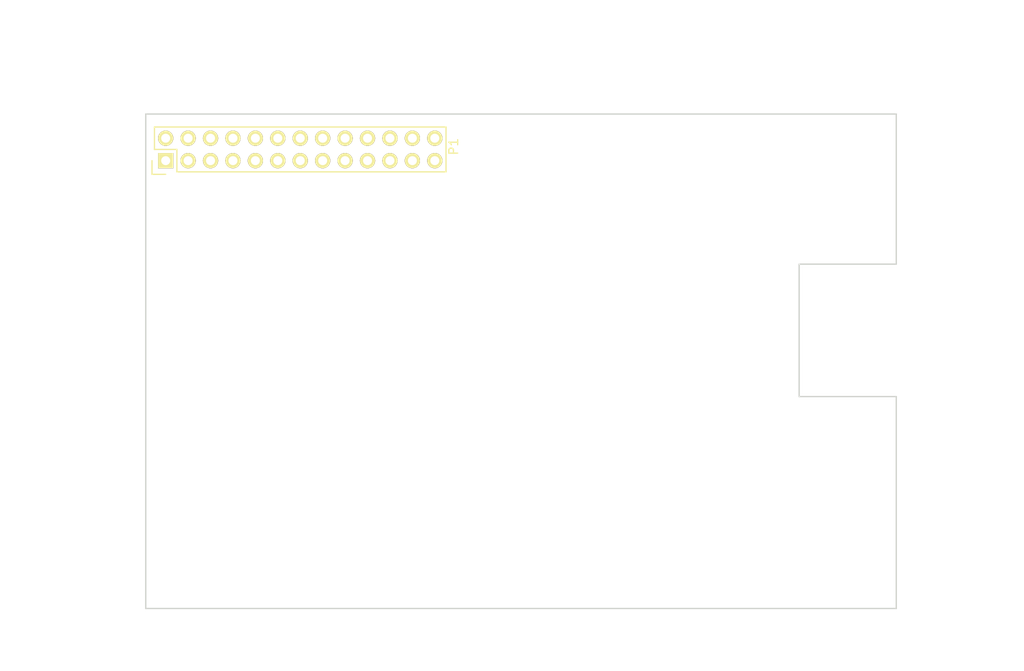
<source format=kicad_pcb>
(kicad_pcb (version 20221018) (generator pcbnew)
  (title_block (date "15 nov 2012"))
  (layers (0 "F.Cu" signal) (31 "B.Cu" signal) (34 "B.Paste" user) (35 "F.Paste" user) (36 "B.SilkS" user "B.Silkscreen") (37 "F.SilkS" user "F.Silkscreen") (38 "B.Mask" user) (39 "F.Mask" user) (44 "Edge.Cuts" user))
  (net 0 "")
  (net 1 "+5V")
  (net 2 "GND")
  (net 3 "+3V3")
  (net 4 "/GPIO0(SDA)")
  (net 5 "Net-(P1-Pad4)")
  (net 6 "/GPIO1(SCL)")
  (net 7 "/GPIO4")
  (net 8 "/TXD")
  (net 9 "Net-(P1-Pad9)")
  (net 10 "/RXD")
  (net 11 "/GPIO17")
  (net 12 "/GPIO18")
  (net 13 "/GPIO21")
  (net 14 "Net-(P1-Pad14)")
  (net 15 "/GPIO22")
  (net 16 "/GPIO23")
  (net 17 "Net-(P1-Pad17)")
  (net 18 "/GPIO24")
  (net 19 "/GPIO10(MOSI)")
  (net 20 "Net-(P1-Pad20)")
  (net 21 "/GPIO9(MISO)")
  (net 22 "/GPIO25")
  (net 23 "/GPIO11(SCLK)")
  (net 24 "/GPIO8(CE0)")
  (net 25 "Net-(P1-Pad25)")
  (net 26 "/GPIO7(CE1)")
  (footprint "Pin_Headers:Pin_Header_Straight_2x13" (layer "F.Cu") (at 145.75536 130.27914 90)
    (fp_text reference "P1" (at 1.5875 32.6136 90) (layer "F.SilkS"))
    (fp_text value "CONN_13X2")
    (fp_line (start -1.55 -1.55) (end -1.55 0) (stroke (width 0.15)) (layer "F.SilkS"))
    (fp_line (start -1.27 1.27) (end -1.27 31.75) (stroke (width 0.15)) (layer "F.SilkS"))
    (fp_line (start 0 -1.55) (end -1.55 -1.55) (stroke (width 0.15)) (layer "F.SilkS"))
    (fp_line (start 1.27 -1.27) (end 1.27 1.27) (stroke (width 0.15)) (layer "F.SilkS"))
    (fp_line (start 1.27 1.27) (end -1.27 1.27) (stroke (width 0.15)) (layer "F.SilkS"))
    (fp_line (start 3.81 -1.27) (end 1.27 -1.27) (stroke (width 0.15)) (layer "F.SilkS"))
    (fp_line (start 3.81 -1.27) (end 3.81 31.75) (stroke (width 0.15)) (layer "F.SilkS"))
    (fp_line (start 3.81 31.75) (end -1.27 31.75) (stroke (width 0.15)) (layer "F.SilkS"))
    (pad "1" thru_hole rect locked (at 0 0 90) (size 1.7272 1.7272) (drill 1.016) (layers "*.Cu" "*.Mask" "F.SilkS") (net 3 "+3V3"))
    (pad "2" thru_hole oval locked (at 2.54 0 90) (size 1.7272 1.7272) (drill 1.016) (layers "*.Cu" "*.Mask" "F.SilkS") (net 1 "+5V"))
    (pad "3" thru_hole oval locked (at 0 2.54 90) (size 1.7272 1.7272) (drill 1.016) (layers "*.Cu" "*.Mask" "F.SilkS") (net 4 "/GPIO0(SDA)"))
    (pad "4" thru_hole oval locked (at 2.54 2.54 90) (size 1.7272 1.7272) (drill 1.016) (layers "*.Cu" "*.Mask" "F.SilkS") (net 5 "Net-(P1-Pad4)"))
    (pad "5" thru_hole oval locked (at 0 5.08 90) (size 1.7272 1.7272) (drill 1.016) (layers "*.Cu" "*.Mask" "F.SilkS") (net 6 "/GPIO1(SCL)"))
    (pad "6" thru_hole oval locked (at 2.54 5.08 90) (size 1.7272 1.7272) (drill 1.016) (layers "*.Cu" "*.Mask" "F.SilkS") (net 2 "GND"))
    (pad "7" thru_hole oval locked (at 0 7.62 90) (size 1.7272 1.7272) (drill 1.016) (layers "*.Cu" "*.Mask" "F.SilkS") (net 7 "/GPIO4"))
    (pad "8" thru_hole oval locked (at 2.54 7.62 90) (size 1.7272 1.7272) (drill 1.016) (layers "*.Cu" "*.Mask" "F.SilkS") (net 8 "/TXD"))
    (pad "9" thru_hole oval locked (at 0 10.16 90) (size 1.7272 1.7272) (drill 1.016) (layers "*.Cu" "*.Mask" "F.SilkS") (net 9 "Net-(P1-Pad9)"))
    (pad "10" thru_hole oval locked (at 2.54 10.16 90) (size 1.7272 1.7272) (drill 1.016) (layers "*.Cu" "*.Mask" "F.SilkS") (net 10 "/RXD"))
    (pad "11" thru_hole oval locked (at 0 12.7 90) (size 1.7272 1.7272) (drill 1.016) (layers "*.Cu" "*.Mask" "F.SilkS") (net 11 "/GPIO17"))
    (pad "12" thru_hole oval locked (at 2.54 12.7 90) (size 1.7272 1.7272) (drill 1.016) (layers "*.Cu" "*.Mask" "F.SilkS") (net 12 "/GPIO18"))
    (pad "13" thru_hole oval locked (at 0 15.24 90) (size 1.7272 1.7272) (drill 1.016) (layers "*.Cu" "*.Mask" "F.SilkS") (net 13 "/GPIO21"))
    (pad "14" thru_hole oval locked (at 2.54 15.24 90) (size 1.7272 1.7272) (drill 1.016) (layers "*.Cu" "*.Mask" "F.SilkS") (net 14 "Net-(P1-Pad14)"))
    (pad "15" thru_hole oval locked (at 0 17.78 90) (size 1.7272 1.7272) (drill 1.016) (layers "*.Cu" "*.Mask" "F.SilkS") (net 15 "/GPIO22"))
    (pad "16" thru_hole oval locked (at 2.54 17.78 90) (size 1.7272 1.7272) (drill 1.016) (layers "*.Cu" "*.Mask" "F.SilkS") (net 16 "/GPIO23"))
    (pad "17" thru_hole oval locked (at 0 20.32 90) (size 1.7272 1.7272) (drill 1.016) (layers "*.Cu" "*.Mask" "F.SilkS") (net 17 "Net-(P1-Pad17)"))
    (pad "18" thru_hole oval locked (at 2.54 20.32 90) (size 1.7272 1.7272) (drill 1.016) (layers "*.Cu" "*.Mask" "F.SilkS") (net 18 "/GPIO24"))
    (pad "19" thru_hole oval locked (at 0 22.86 90) (size 1.7272 1.7272) (drill 1.016) (layers "*.Cu" "*.Mask" "F.SilkS") (net 19 "/GPIO10(MOSI)"))
    (pad "20" thru_hole oval locked (at 2.54 22.86 90) (size 1.7272 1.7272) (drill 1.016) (layers "*.Cu" "*.Mask" "F.SilkS") (net 20 "Net-(P1-Pad20)"))
    (pad "21" thru_hole oval locked (at 0 25.4 90) (size 1.7272 1.7272) (drill 1.016) (layers "*.Cu" "*.Mask" "F.SilkS") (net 21 "/GPIO9(MISO)"))
    (pad "22" thru_hole oval locked (at 2.54 25.4 90) (size 1.7272 1.7272) (drill 1.016) (layers "*.Cu" "*.Mask" "F.SilkS") (net 22 "/GPIO25"))
    (pad "23" thru_hole oval locked (at 0 27.94 90) (size 1.7272 1.7272) (drill 1.016) (layers "*.Cu" "*.Mask" "F.SilkS") (net 23 "/GPIO11(SCLK)"))
    (pad "24" thru_hole oval locked (at 2.54 27.94 90) (size 1.7272 1.7272) (drill 1.016) (layers "*.Cu" "*.Mask" "F.SilkS") (net 24 "/GPIO8(CE0)"))
    (pad "25" thru_hole oval locked (at 0 30.48 90) (size 1.7272 1.7272) (drill 1.016) (layers "*.Cu" "*.Mask" "F.SilkS") (net 25 "Net-(P1-Pad25)"))
    (pad "26" thru_hole oval locked (at 2.54 30.48 90) (size 1.7272 1.7272) (drill 1.016) (layers "*.Cu" "*.Mask" "F.SilkS") (net 26 "/GPIO7(CE1)"))
  )
  (gr_line (start 143.5 125) (end 143.5 181) (stroke (width 0.15)) (layer "Edge.Cuts"))
  (gr_line (start 228.5 181) (end 228.5 157) (stroke (width 0.15)) (layer "Edge.Cuts"))
  (gr_line (start 228.5 157) (end 217.5 157) (stroke (width 0.15)) (layer "Edge.Cuts"))
  (gr_line (start 217.5 142) (end 228.5 142) (stroke (width 0.15)) (layer "Edge.Cuts"))
  (gr_line (start 228.5 142) (end 228.5 125) (stroke (width 0.15)) (layer "Edge.Cuts"))
  (gr_line (start 228.5 125) (end 143.5 125) (stroke (width 0.15)) (layer "Edge.Cuts"))
  (gr_line (start 217.5 157) (end 217.5 142) (stroke (width 0.15)) (layer "Edge.Cuts"))
  (gr_line (start 143.5 181) (end 228.5 181) (stroke (width 0.15)) (layer "Edge.Cuts"))
)
</source>
